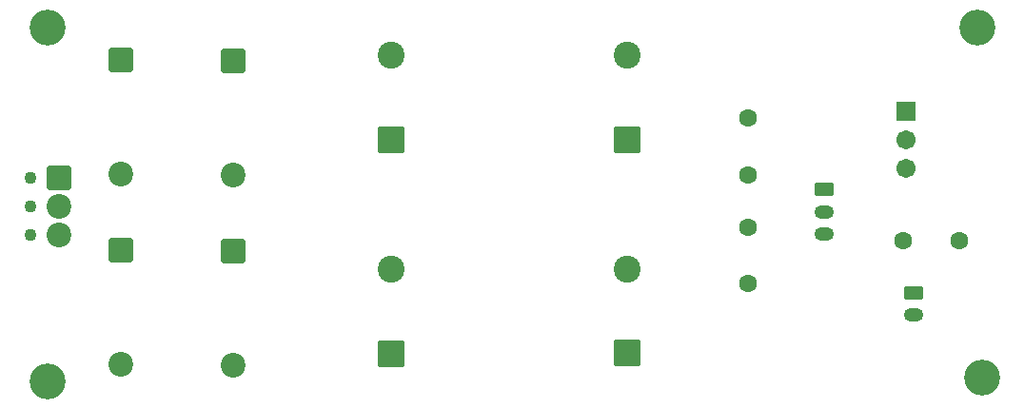
<source format=gbr>
%TF.GenerationSoftware,KiCad,Pcbnew,9.0.7*%
%TF.CreationDate,2026-01-19T21:12:20-05:00*%
%TF.ProjectId,psu,7073752e-6b69-4636-9164-5f7063625858,rev?*%
%TF.SameCoordinates,Original*%
%TF.FileFunction,Soldermask,Top*%
%TF.FilePolarity,Negative*%
%FSLAX46Y46*%
G04 Gerber Fmt 4.6, Leading zero omitted, Abs format (unit mm)*
G04 Created by KiCad (PCBNEW 9.0.7) date 2026-01-19 21:12:20*
%MOMM*%
%LPD*%
G01*
G04 APERTURE LIST*
G04 Aperture macros list*
%AMRoundRect*
0 Rectangle with rounded corners*
0 $1 Rounding radius*
0 $2 $3 $4 $5 $6 $7 $8 $9 X,Y pos of 4 corners*
0 Add a 4 corners polygon primitive as box body*
4,1,4,$2,$3,$4,$5,$6,$7,$8,$9,$2,$3,0*
0 Add four circle primitives for the rounded corners*
1,1,$1+$1,$2,$3*
1,1,$1+$1,$4,$5*
1,1,$1+$1,$6,$7*
1,1,$1+$1,$8,$9*
0 Add four rect primitives between the rounded corners*
20,1,$1+$1,$2,$3,$4,$5,0*
20,1,$1+$1,$4,$5,$6,$7,0*
20,1,$1+$1,$6,$7,$8,$9,0*
20,1,$1+$1,$8,$9,$2,$3,0*%
G04 Aperture macros list end*
%ADD10RoundRect,0.250000X-0.625000X0.350000X-0.625000X-0.350000X0.625000X-0.350000X0.625000X0.350000X0*%
%ADD11O,1.750000X1.200000*%
%ADD12C,1.600000*%
%ADD13RoundRect,0.249999X-0.850001X0.850001X-0.850001X-0.850001X0.850001X-0.850001X0.850001X0.850001X0*%
%ADD14C,2.200000*%
%ADD15C,3.200000*%
%ADD16RoundRect,0.102000X-0.754000X0.754000X-0.754000X-0.754000X0.754000X-0.754000X0.754000X0.754000X0*%
%ADD17C,1.712000*%
%ADD18RoundRect,0.250001X0.949999X-0.949999X0.949999X0.949999X-0.949999X0.949999X-0.949999X-0.949999X0*%
%ADD19C,2.400000*%
%ADD20C,1.100000*%
G04 APERTURE END LIST*
D10*
%TO.C,J3*%
X158500000Y-84600000D03*
D11*
X158500000Y-86600000D03*
%TD*%
D10*
%TO.C,J2*%
X150550000Y-75400000D03*
D11*
X150550000Y-77400000D03*
X150550000Y-79400000D03*
%TD*%
D12*
%TO.C,C7*%
X157550000Y-80000000D03*
X162550000Y-80000000D03*
%TD*%
D13*
%TO.C,D3*%
X88000000Y-63920000D03*
D14*
X88000000Y-74080000D03*
%TD*%
D15*
%TO.C,H2*%
X164200000Y-61000000D03*
%TD*%
%TO.C,H4*%
X81500000Y-92500000D03*
%TD*%
D16*
%TO.C,PS1*%
X157800000Y-68460000D03*
D17*
X157800000Y-71000000D03*
X157800000Y-73540000D03*
%TD*%
D15*
%TO.C,H1*%
X81500000Y-61000000D03*
%TD*%
D18*
%TO.C,C3*%
X112000000Y-71000000D03*
D19*
X112000000Y-63500000D03*
%TD*%
D18*
%TO.C,C4*%
X133000000Y-70987245D03*
D19*
X133000000Y-63487245D03*
%TD*%
D13*
%TO.C,D4*%
X98000000Y-64000000D03*
D14*
X98000000Y-74160000D03*
%TD*%
D18*
%TO.C,C1*%
X112000000Y-90025510D03*
D19*
X112000000Y-82525510D03*
%TD*%
D12*
%TO.C,C5*%
X143800000Y-69100000D03*
X143800000Y-74100000D03*
%TD*%
D15*
%TO.C,H3*%
X164600000Y-92200000D03*
%TD*%
D20*
%TO.C,J1*%
X79960000Y-74420000D03*
X79960000Y-76960000D03*
X79960000Y-79500000D03*
D13*
X82500000Y-74420000D03*
D14*
X82500000Y-76960000D03*
X82500000Y-79500000D03*
%TD*%
D12*
%TO.C,C6*%
X143800000Y-78800000D03*
X143800000Y-83800000D03*
%TD*%
D18*
%TO.C,C2*%
X133000000Y-90012755D03*
D19*
X133000000Y-82512755D03*
%TD*%
D13*
%TO.C,D2*%
X98000000Y-80920000D03*
D14*
X98000000Y-91080000D03*
%TD*%
D13*
%TO.C,D1*%
X88000000Y-80840000D03*
D14*
X88000000Y-91000000D03*
%TD*%
M02*

</source>
